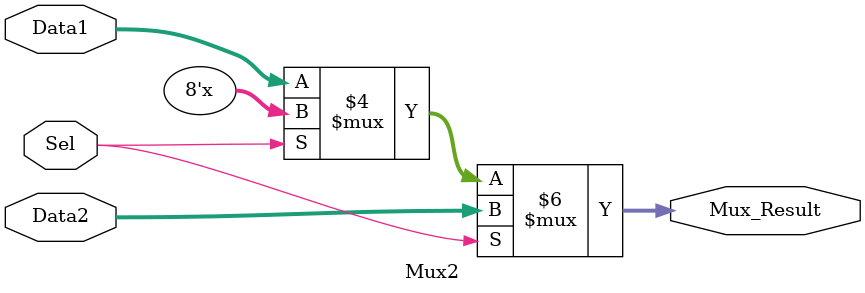
<source format=v>
`timescale 1ns / 1ps


module Mux2(
    input [7:0] Data1,
    input [7:0] Data2,
    input Sel,
    output reg [7:0] Mux_Result
    );
    
    always@(*) begin
        if (Sel == 0)
            Mux_Result <= Data1;
        if (Sel == 1)
            Mux_Result <= Data2;
    end
    
endmodule

</source>
